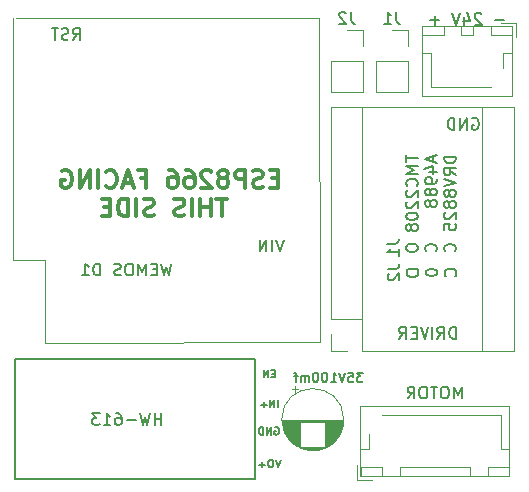
<source format=gbr>
%TF.GenerationSoftware,KiCad,Pcbnew,(6.0.7-1)-1*%
%TF.CreationDate,2022-09-04T19:45:35+02:00*%
%TF.ProjectId,PEQUENA,50455155-454e-4412-9e6b-696361645f70,rev?*%
%TF.SameCoordinates,Original*%
%TF.FileFunction,Legend,Bot*%
%TF.FilePolarity,Positive*%
%FSLAX46Y46*%
G04 Gerber Fmt 4.6, Leading zero omitted, Abs format (unit mm)*
G04 Created by KiCad (PCBNEW (6.0.7-1)-1) date 2022-09-04 19:45:35*
%MOMM*%
%LPD*%
G01*
G04 APERTURE LIST*
%ADD10C,0.150000*%
%ADD11C,0.120000*%
%ADD12C,0.300000*%
%ADD13C,0.200000*%
%ADD14C,0.127000*%
G04 APERTURE END LIST*
D10*
X70487380Y-51616666D02*
X71201666Y-51616666D01*
X71344523Y-51569047D01*
X71439761Y-51473809D01*
X71487380Y-51330952D01*
X71487380Y-51235714D01*
X70582619Y-52045238D02*
X70535000Y-52092857D01*
X70487380Y-52188095D01*
X70487380Y-52426190D01*
X70535000Y-52521428D01*
X70582619Y-52569047D01*
X70677857Y-52616666D01*
X70773095Y-52616666D01*
X70915952Y-52569047D01*
X71487380Y-51997619D01*
X71487380Y-52616666D01*
X72097380Y-51854761D02*
X72097380Y-52045238D01*
X72145000Y-52140476D01*
X72240238Y-52235714D01*
X72430714Y-52283333D01*
X72764047Y-52283333D01*
X72954523Y-52235714D01*
X73049761Y-52140476D01*
X73097380Y-52045238D01*
X73097380Y-51854761D01*
X73049761Y-51759523D01*
X72954523Y-51664285D01*
X72764047Y-51616666D01*
X72430714Y-51616666D01*
X72240238Y-51664285D01*
X72145000Y-51759523D01*
X72097380Y-51854761D01*
X73707380Y-51902380D02*
X73707380Y-51997619D01*
X73755000Y-52092857D01*
X73802619Y-52140476D01*
X73897857Y-52188095D01*
X74088333Y-52235714D01*
X74326428Y-52235714D01*
X74516904Y-52188095D01*
X74612142Y-52140476D01*
X74659761Y-52092857D01*
X74707380Y-51997619D01*
X74707380Y-51902380D01*
X74659761Y-51807142D01*
X74612142Y-51759523D01*
X74516904Y-51711904D01*
X74326428Y-51664285D01*
X74088333Y-51664285D01*
X73897857Y-51711904D01*
X73802619Y-51759523D01*
X73755000Y-51807142D01*
X73707380Y-51902380D01*
X76222142Y-52259523D02*
X76269761Y-52211904D01*
X76317380Y-52069047D01*
X76317380Y-51973809D01*
X76269761Y-51830952D01*
X76174523Y-51735714D01*
X76079285Y-51688095D01*
X75888809Y-51640476D01*
X75745952Y-51640476D01*
X75555476Y-51688095D01*
X75460238Y-51735714D01*
X75365000Y-51830952D01*
X75317380Y-51973809D01*
X75317380Y-52069047D01*
X75365000Y-52211904D01*
X75412619Y-52259523D01*
X70437380Y-49516666D02*
X71151666Y-49516666D01*
X71294523Y-49469047D01*
X71389761Y-49373809D01*
X71437380Y-49230952D01*
X71437380Y-49135714D01*
X71437380Y-50516666D02*
X71437380Y-49945238D01*
X71437380Y-50230952D02*
X70437380Y-50230952D01*
X70580238Y-50135714D01*
X70675476Y-50040476D01*
X70723095Y-49945238D01*
X72047380Y-49754761D02*
X72047380Y-49945238D01*
X72095000Y-50040476D01*
X72190238Y-50135714D01*
X72380714Y-50183333D01*
X72714047Y-50183333D01*
X72904523Y-50135714D01*
X72999761Y-50040476D01*
X73047380Y-49945238D01*
X73047380Y-49754761D01*
X72999761Y-49659523D01*
X72904523Y-49564285D01*
X72714047Y-49516666D01*
X72380714Y-49516666D01*
X72190238Y-49564285D01*
X72095000Y-49659523D01*
X72047380Y-49754761D01*
X74562142Y-50159523D02*
X74609761Y-50111904D01*
X74657380Y-49969047D01*
X74657380Y-49873809D01*
X74609761Y-49730952D01*
X74514523Y-49635714D01*
X74419285Y-49588095D01*
X74228809Y-49540476D01*
X74085952Y-49540476D01*
X73895476Y-49588095D01*
X73800238Y-49635714D01*
X73705000Y-49730952D01*
X73657380Y-49873809D01*
X73657380Y-49969047D01*
X73705000Y-50111904D01*
X73752619Y-50159523D01*
X76172142Y-50159523D02*
X76219761Y-50111904D01*
X76267380Y-49969047D01*
X76267380Y-49873809D01*
X76219761Y-49730952D01*
X76124523Y-49635714D01*
X76029285Y-49588095D01*
X75838809Y-49540476D01*
X75695952Y-49540476D01*
X75505476Y-49588095D01*
X75410238Y-49635714D01*
X75315000Y-49730952D01*
X75267380Y-49873809D01*
X75267380Y-49969047D01*
X75315000Y-50111904D01*
X75362619Y-50159523D01*
X43847619Y-32252380D02*
X44180952Y-31776190D01*
X44419047Y-32252380D02*
X44419047Y-31252380D01*
X44038095Y-31252380D01*
X43942857Y-31300000D01*
X43895238Y-31347619D01*
X43847619Y-31442857D01*
X43847619Y-31585714D01*
X43895238Y-31680952D01*
X43942857Y-31728571D01*
X44038095Y-31776190D01*
X44419047Y-31776190D01*
X43466666Y-32204761D02*
X43323809Y-32252380D01*
X43085714Y-32252380D01*
X42990476Y-32204761D01*
X42942857Y-32157142D01*
X42895238Y-32061904D01*
X42895238Y-31966666D01*
X42942857Y-31871428D01*
X42990476Y-31823809D01*
X43085714Y-31776190D01*
X43276190Y-31728571D01*
X43371428Y-31680952D01*
X43419047Y-31633333D01*
X43466666Y-31538095D01*
X43466666Y-31442857D01*
X43419047Y-31347619D01*
X43371428Y-31300000D01*
X43276190Y-31252380D01*
X43038095Y-31252380D01*
X42895238Y-31300000D01*
X42609523Y-31252380D02*
X42038095Y-31252380D01*
X42323809Y-32252380D02*
X42323809Y-31252380D01*
X61695238Y-49152380D02*
X61361904Y-50152380D01*
X61028571Y-49152380D01*
X60695238Y-50152380D02*
X60695238Y-49152380D01*
X60219047Y-50152380D02*
X60219047Y-49152380D01*
X59647619Y-50152380D01*
X59647619Y-49152380D01*
D11*
X38800000Y-50900000D02*
X38800000Y-30400000D01*
X41500000Y-50900000D02*
X38800000Y-50900000D01*
X41500000Y-57900000D02*
X41500000Y-50900000D01*
X64800000Y-57800000D02*
X41500000Y-57900000D01*
X64700000Y-30400000D02*
X64800000Y-57800000D01*
X39000000Y-30400000D02*
X64700000Y-30400000D01*
D12*
X61214285Y-43985357D02*
X60714285Y-43985357D01*
X60500000Y-44771071D02*
X61214285Y-44771071D01*
X61214285Y-43271071D01*
X60500000Y-43271071D01*
X59928571Y-44699642D02*
X59714285Y-44771071D01*
X59357142Y-44771071D01*
X59214285Y-44699642D01*
X59142857Y-44628214D01*
X59071428Y-44485357D01*
X59071428Y-44342500D01*
X59142857Y-44199642D01*
X59214285Y-44128214D01*
X59357142Y-44056785D01*
X59642857Y-43985357D01*
X59785714Y-43913928D01*
X59857142Y-43842500D01*
X59928571Y-43699642D01*
X59928571Y-43556785D01*
X59857142Y-43413928D01*
X59785714Y-43342500D01*
X59642857Y-43271071D01*
X59285714Y-43271071D01*
X59071428Y-43342500D01*
X58428571Y-44771071D02*
X58428571Y-43271071D01*
X57857142Y-43271071D01*
X57714285Y-43342500D01*
X57642857Y-43413928D01*
X57571428Y-43556785D01*
X57571428Y-43771071D01*
X57642857Y-43913928D01*
X57714285Y-43985357D01*
X57857142Y-44056785D01*
X58428571Y-44056785D01*
X56714285Y-43913928D02*
X56857142Y-43842500D01*
X56928571Y-43771071D01*
X57000000Y-43628214D01*
X57000000Y-43556785D01*
X56928571Y-43413928D01*
X56857142Y-43342500D01*
X56714285Y-43271071D01*
X56428571Y-43271071D01*
X56285714Y-43342500D01*
X56214285Y-43413928D01*
X56142857Y-43556785D01*
X56142857Y-43628214D01*
X56214285Y-43771071D01*
X56285714Y-43842500D01*
X56428571Y-43913928D01*
X56714285Y-43913928D01*
X56857142Y-43985357D01*
X56928571Y-44056785D01*
X57000000Y-44199642D01*
X57000000Y-44485357D01*
X56928571Y-44628214D01*
X56857142Y-44699642D01*
X56714285Y-44771071D01*
X56428571Y-44771071D01*
X56285714Y-44699642D01*
X56214285Y-44628214D01*
X56142857Y-44485357D01*
X56142857Y-44199642D01*
X56214285Y-44056785D01*
X56285714Y-43985357D01*
X56428571Y-43913928D01*
X55571428Y-43413928D02*
X55500000Y-43342500D01*
X55357142Y-43271071D01*
X55000000Y-43271071D01*
X54857142Y-43342500D01*
X54785714Y-43413928D01*
X54714285Y-43556785D01*
X54714285Y-43699642D01*
X54785714Y-43913928D01*
X55642857Y-44771071D01*
X54714285Y-44771071D01*
X53428571Y-43271071D02*
X53714285Y-43271071D01*
X53857142Y-43342500D01*
X53928571Y-43413928D01*
X54071428Y-43628214D01*
X54142857Y-43913928D01*
X54142857Y-44485357D01*
X54071428Y-44628214D01*
X54000000Y-44699642D01*
X53857142Y-44771071D01*
X53571428Y-44771071D01*
X53428571Y-44699642D01*
X53357142Y-44628214D01*
X53285714Y-44485357D01*
X53285714Y-44128214D01*
X53357142Y-43985357D01*
X53428571Y-43913928D01*
X53571428Y-43842500D01*
X53857142Y-43842500D01*
X54000000Y-43913928D01*
X54071428Y-43985357D01*
X54142857Y-44128214D01*
X52000000Y-43271071D02*
X52285714Y-43271071D01*
X52428571Y-43342500D01*
X52500000Y-43413928D01*
X52642857Y-43628214D01*
X52714285Y-43913928D01*
X52714285Y-44485357D01*
X52642857Y-44628214D01*
X52571428Y-44699642D01*
X52428571Y-44771071D01*
X52142857Y-44771071D01*
X52000000Y-44699642D01*
X51928571Y-44628214D01*
X51857142Y-44485357D01*
X51857142Y-44128214D01*
X51928571Y-43985357D01*
X52000000Y-43913928D01*
X52142857Y-43842500D01*
X52428571Y-43842500D01*
X52571428Y-43913928D01*
X52642857Y-43985357D01*
X52714285Y-44128214D01*
X49571428Y-43985357D02*
X50071428Y-43985357D01*
X50071428Y-44771071D02*
X50071428Y-43271071D01*
X49357142Y-43271071D01*
X48857142Y-44342500D02*
X48142857Y-44342500D01*
X49000000Y-44771071D02*
X48500000Y-43271071D01*
X48000000Y-44771071D01*
X46642857Y-44628214D02*
X46714285Y-44699642D01*
X46928571Y-44771071D01*
X47071428Y-44771071D01*
X47285714Y-44699642D01*
X47428571Y-44556785D01*
X47500000Y-44413928D01*
X47571428Y-44128214D01*
X47571428Y-43913928D01*
X47500000Y-43628214D01*
X47428571Y-43485357D01*
X47285714Y-43342500D01*
X47071428Y-43271071D01*
X46928571Y-43271071D01*
X46714285Y-43342500D01*
X46642857Y-43413928D01*
X46000000Y-44771071D02*
X46000000Y-43271071D01*
X45285714Y-44771071D02*
X45285714Y-43271071D01*
X44428571Y-44771071D01*
X44428571Y-43271071D01*
X42928571Y-43342500D02*
X43071428Y-43271071D01*
X43285714Y-43271071D01*
X43500000Y-43342500D01*
X43642857Y-43485357D01*
X43714285Y-43628214D01*
X43785714Y-43913928D01*
X43785714Y-44128214D01*
X43714285Y-44413928D01*
X43642857Y-44556785D01*
X43500000Y-44699642D01*
X43285714Y-44771071D01*
X43142857Y-44771071D01*
X42928571Y-44699642D01*
X42857142Y-44628214D01*
X42857142Y-44128214D01*
X43142857Y-44128214D01*
X56857142Y-45686071D02*
X56000000Y-45686071D01*
X56428571Y-47186071D02*
X56428571Y-45686071D01*
X55500000Y-47186071D02*
X55500000Y-45686071D01*
X55500000Y-46400357D02*
X54642857Y-46400357D01*
X54642857Y-47186071D02*
X54642857Y-45686071D01*
X53928571Y-47186071D02*
X53928571Y-45686071D01*
X53285714Y-47114642D02*
X53071428Y-47186071D01*
X52714285Y-47186071D01*
X52571428Y-47114642D01*
X52500000Y-47043214D01*
X52428571Y-46900357D01*
X52428571Y-46757500D01*
X52500000Y-46614642D01*
X52571428Y-46543214D01*
X52714285Y-46471785D01*
X53000000Y-46400357D01*
X53142857Y-46328928D01*
X53214285Y-46257500D01*
X53285714Y-46114642D01*
X53285714Y-45971785D01*
X53214285Y-45828928D01*
X53142857Y-45757500D01*
X53000000Y-45686071D01*
X52642857Y-45686071D01*
X52428571Y-45757500D01*
X50714285Y-47114642D02*
X50500000Y-47186071D01*
X50142857Y-47186071D01*
X50000000Y-47114642D01*
X49928571Y-47043214D01*
X49857142Y-46900357D01*
X49857142Y-46757500D01*
X49928571Y-46614642D01*
X50000000Y-46543214D01*
X50142857Y-46471785D01*
X50428571Y-46400357D01*
X50571428Y-46328928D01*
X50642857Y-46257500D01*
X50714285Y-46114642D01*
X50714285Y-45971785D01*
X50642857Y-45828928D01*
X50571428Y-45757500D01*
X50428571Y-45686071D01*
X50071428Y-45686071D01*
X49857142Y-45757500D01*
X49214285Y-47186071D02*
X49214285Y-45686071D01*
X48500000Y-47186071D02*
X48500000Y-45686071D01*
X48142857Y-45686071D01*
X47928571Y-45757500D01*
X47785714Y-45900357D01*
X47714285Y-46043214D01*
X47642857Y-46328928D01*
X47642857Y-46543214D01*
X47714285Y-46828928D01*
X47785714Y-46971785D01*
X47928571Y-47114642D01*
X48142857Y-47186071D01*
X48500000Y-47186071D01*
X47000000Y-46400357D02*
X46500000Y-46400357D01*
X46285714Y-47186071D02*
X47000000Y-47186071D01*
X47000000Y-45686071D01*
X46285714Y-45686071D01*
D13*
X77661904Y-38900000D02*
X77757142Y-38852380D01*
X77900000Y-38852380D01*
X78042857Y-38900000D01*
X78138095Y-38995238D01*
X78185714Y-39090476D01*
X78233333Y-39280952D01*
X78233333Y-39423809D01*
X78185714Y-39614285D01*
X78138095Y-39709523D01*
X78042857Y-39804761D01*
X77900000Y-39852380D01*
X77804761Y-39852380D01*
X77661904Y-39804761D01*
X77614285Y-39757142D01*
X77614285Y-39423809D01*
X77804761Y-39423809D01*
X77185714Y-39852380D02*
X77185714Y-38852380D01*
X76614285Y-39852380D01*
X76614285Y-38852380D01*
X76138095Y-39852380D02*
X76138095Y-38852380D01*
X75900000Y-38852380D01*
X75757142Y-38900000D01*
X75661904Y-38995238D01*
X75614285Y-39090476D01*
X75566666Y-39280952D01*
X75566666Y-39423809D01*
X75614285Y-39614285D01*
X75661904Y-39709523D01*
X75757142Y-39804761D01*
X75900000Y-39852380D01*
X76138095Y-39852380D01*
D10*
X60926369Y-65055250D02*
X60987321Y-65024773D01*
X61078750Y-65024773D01*
X61170178Y-65055250D01*
X61231130Y-65116202D01*
X61261607Y-65177154D01*
X61292083Y-65299059D01*
X61292083Y-65390488D01*
X61261607Y-65512392D01*
X61231130Y-65573345D01*
X61170178Y-65634297D01*
X61078750Y-65664773D01*
X61017797Y-65664773D01*
X60926369Y-65634297D01*
X60895892Y-65603821D01*
X60895892Y-65390488D01*
X61017797Y-65390488D01*
X60621607Y-65664773D02*
X60621607Y-65024773D01*
X60255892Y-65664773D01*
X60255892Y-65024773D01*
X59951130Y-65664773D02*
X59951130Y-65024773D01*
X59798750Y-65024773D01*
X59707321Y-65055250D01*
X59646369Y-65116202D01*
X59615892Y-65177154D01*
X59585416Y-65299059D01*
X59585416Y-65390488D01*
X59615892Y-65512392D01*
X59646369Y-65573345D01*
X59707321Y-65634297D01*
X59798750Y-65664773D01*
X59951130Y-65664773D01*
X72047380Y-41992738D02*
X72047380Y-42564166D01*
X73047380Y-42278452D02*
X72047380Y-42278452D01*
X73047380Y-42897500D02*
X72047380Y-42897500D01*
X72761666Y-43230833D01*
X72047380Y-43564166D01*
X73047380Y-43564166D01*
X72952142Y-44611785D02*
X72999761Y-44564166D01*
X73047380Y-44421309D01*
X73047380Y-44326071D01*
X72999761Y-44183214D01*
X72904523Y-44087976D01*
X72809285Y-44040357D01*
X72618809Y-43992738D01*
X72475952Y-43992738D01*
X72285476Y-44040357D01*
X72190238Y-44087976D01*
X72095000Y-44183214D01*
X72047380Y-44326071D01*
X72047380Y-44421309D01*
X72095000Y-44564166D01*
X72142619Y-44611785D01*
X72142619Y-44992738D02*
X72095000Y-45040357D01*
X72047380Y-45135595D01*
X72047380Y-45373690D01*
X72095000Y-45468928D01*
X72142619Y-45516547D01*
X72237857Y-45564166D01*
X72333095Y-45564166D01*
X72475952Y-45516547D01*
X73047380Y-44945119D01*
X73047380Y-45564166D01*
X72142619Y-45945119D02*
X72095000Y-45992738D01*
X72047380Y-46087976D01*
X72047380Y-46326071D01*
X72095000Y-46421309D01*
X72142619Y-46468928D01*
X72237857Y-46516547D01*
X72333095Y-46516547D01*
X72475952Y-46468928D01*
X73047380Y-45897500D01*
X73047380Y-46516547D01*
X72047380Y-47135595D02*
X72047380Y-47230833D01*
X72095000Y-47326071D01*
X72142619Y-47373690D01*
X72237857Y-47421309D01*
X72428333Y-47468928D01*
X72666428Y-47468928D01*
X72856904Y-47421309D01*
X72952142Y-47373690D01*
X72999761Y-47326071D01*
X73047380Y-47230833D01*
X73047380Y-47135595D01*
X72999761Y-47040357D01*
X72952142Y-46992738D01*
X72856904Y-46945119D01*
X72666428Y-46897500D01*
X72428333Y-46897500D01*
X72237857Y-46945119D01*
X72142619Y-46992738D01*
X72095000Y-47040357D01*
X72047380Y-47135595D01*
X72475952Y-48040357D02*
X72428333Y-47945119D01*
X72380714Y-47897500D01*
X72285476Y-47849880D01*
X72237857Y-47849880D01*
X72142619Y-47897500D01*
X72095000Y-47945119D01*
X72047380Y-48040357D01*
X72047380Y-48230833D01*
X72095000Y-48326071D01*
X72142619Y-48373690D01*
X72237857Y-48421309D01*
X72285476Y-48421309D01*
X72380714Y-48373690D01*
X72428333Y-48326071D01*
X72475952Y-48230833D01*
X72475952Y-48040357D01*
X72523571Y-47945119D01*
X72571190Y-47897500D01*
X72666428Y-47849880D01*
X72856904Y-47849880D01*
X72952142Y-47897500D01*
X72999761Y-47945119D01*
X73047380Y-48040357D01*
X73047380Y-48230833D01*
X72999761Y-48326071D01*
X72952142Y-48373690D01*
X72856904Y-48421309D01*
X72666428Y-48421309D01*
X72571190Y-48373690D01*
X72523571Y-48326071D01*
X72475952Y-48230833D01*
X74371666Y-42087976D02*
X74371666Y-42564166D01*
X74657380Y-41992738D02*
X73657380Y-42326071D01*
X74657380Y-42659404D01*
X73990714Y-43421309D02*
X74657380Y-43421309D01*
X73609761Y-43183214D02*
X74324047Y-42945119D01*
X74324047Y-43564166D01*
X74657380Y-43992738D02*
X74657380Y-44183214D01*
X74609761Y-44278452D01*
X74562142Y-44326071D01*
X74419285Y-44421309D01*
X74228809Y-44468928D01*
X73847857Y-44468928D01*
X73752619Y-44421309D01*
X73705000Y-44373690D01*
X73657380Y-44278452D01*
X73657380Y-44087976D01*
X73705000Y-43992738D01*
X73752619Y-43945119D01*
X73847857Y-43897500D01*
X74085952Y-43897500D01*
X74181190Y-43945119D01*
X74228809Y-43992738D01*
X74276428Y-44087976D01*
X74276428Y-44278452D01*
X74228809Y-44373690D01*
X74181190Y-44421309D01*
X74085952Y-44468928D01*
X74085952Y-45040357D02*
X74038333Y-44945119D01*
X73990714Y-44897500D01*
X73895476Y-44849880D01*
X73847857Y-44849880D01*
X73752619Y-44897500D01*
X73705000Y-44945119D01*
X73657380Y-45040357D01*
X73657380Y-45230833D01*
X73705000Y-45326071D01*
X73752619Y-45373690D01*
X73847857Y-45421309D01*
X73895476Y-45421309D01*
X73990714Y-45373690D01*
X74038333Y-45326071D01*
X74085952Y-45230833D01*
X74085952Y-45040357D01*
X74133571Y-44945119D01*
X74181190Y-44897500D01*
X74276428Y-44849880D01*
X74466904Y-44849880D01*
X74562142Y-44897500D01*
X74609761Y-44945119D01*
X74657380Y-45040357D01*
X74657380Y-45230833D01*
X74609761Y-45326071D01*
X74562142Y-45373690D01*
X74466904Y-45421309D01*
X74276428Y-45421309D01*
X74181190Y-45373690D01*
X74133571Y-45326071D01*
X74085952Y-45230833D01*
X74085952Y-45992738D02*
X74038333Y-45897500D01*
X73990714Y-45849880D01*
X73895476Y-45802261D01*
X73847857Y-45802261D01*
X73752619Y-45849880D01*
X73705000Y-45897500D01*
X73657380Y-45992738D01*
X73657380Y-46183214D01*
X73705000Y-46278452D01*
X73752619Y-46326071D01*
X73847857Y-46373690D01*
X73895476Y-46373690D01*
X73990714Y-46326071D01*
X74038333Y-46278452D01*
X74085952Y-46183214D01*
X74085952Y-45992738D01*
X74133571Y-45897500D01*
X74181190Y-45849880D01*
X74276428Y-45802261D01*
X74466904Y-45802261D01*
X74562142Y-45849880D01*
X74609761Y-45897500D01*
X74657380Y-45992738D01*
X74657380Y-46183214D01*
X74609761Y-46278452D01*
X74562142Y-46326071D01*
X74466904Y-46373690D01*
X74276428Y-46373690D01*
X74181190Y-46326071D01*
X74133571Y-46278452D01*
X74085952Y-46183214D01*
X76267380Y-42135595D02*
X75267380Y-42135595D01*
X75267380Y-42373690D01*
X75315000Y-42516547D01*
X75410238Y-42611785D01*
X75505476Y-42659404D01*
X75695952Y-42707023D01*
X75838809Y-42707023D01*
X76029285Y-42659404D01*
X76124523Y-42611785D01*
X76219761Y-42516547D01*
X76267380Y-42373690D01*
X76267380Y-42135595D01*
X76267380Y-43707023D02*
X75791190Y-43373690D01*
X76267380Y-43135595D02*
X75267380Y-43135595D01*
X75267380Y-43516547D01*
X75315000Y-43611785D01*
X75362619Y-43659404D01*
X75457857Y-43707023D01*
X75600714Y-43707023D01*
X75695952Y-43659404D01*
X75743571Y-43611785D01*
X75791190Y-43516547D01*
X75791190Y-43135595D01*
X75267380Y-43992738D02*
X76267380Y-44326071D01*
X75267380Y-44659404D01*
X75695952Y-45135595D02*
X75648333Y-45040357D01*
X75600714Y-44992738D01*
X75505476Y-44945119D01*
X75457857Y-44945119D01*
X75362619Y-44992738D01*
X75315000Y-45040357D01*
X75267380Y-45135595D01*
X75267380Y-45326071D01*
X75315000Y-45421309D01*
X75362619Y-45468928D01*
X75457857Y-45516547D01*
X75505476Y-45516547D01*
X75600714Y-45468928D01*
X75648333Y-45421309D01*
X75695952Y-45326071D01*
X75695952Y-45135595D01*
X75743571Y-45040357D01*
X75791190Y-44992738D01*
X75886428Y-44945119D01*
X76076904Y-44945119D01*
X76172142Y-44992738D01*
X76219761Y-45040357D01*
X76267380Y-45135595D01*
X76267380Y-45326071D01*
X76219761Y-45421309D01*
X76172142Y-45468928D01*
X76076904Y-45516547D01*
X75886428Y-45516547D01*
X75791190Y-45468928D01*
X75743571Y-45421309D01*
X75695952Y-45326071D01*
X75695952Y-46087976D02*
X75648333Y-45992738D01*
X75600714Y-45945119D01*
X75505476Y-45897500D01*
X75457857Y-45897500D01*
X75362619Y-45945119D01*
X75315000Y-45992738D01*
X75267380Y-46087976D01*
X75267380Y-46278452D01*
X75315000Y-46373690D01*
X75362619Y-46421309D01*
X75457857Y-46468928D01*
X75505476Y-46468928D01*
X75600714Y-46421309D01*
X75648333Y-46373690D01*
X75695952Y-46278452D01*
X75695952Y-46087976D01*
X75743571Y-45992738D01*
X75791190Y-45945119D01*
X75886428Y-45897500D01*
X76076904Y-45897500D01*
X76172142Y-45945119D01*
X76219761Y-45992738D01*
X76267380Y-46087976D01*
X76267380Y-46278452D01*
X76219761Y-46373690D01*
X76172142Y-46421309D01*
X76076904Y-46468928D01*
X75886428Y-46468928D01*
X75791190Y-46421309D01*
X75743571Y-46373690D01*
X75695952Y-46278452D01*
X75362619Y-46849880D02*
X75315000Y-46897500D01*
X75267380Y-46992738D01*
X75267380Y-47230833D01*
X75315000Y-47326071D01*
X75362619Y-47373690D01*
X75457857Y-47421309D01*
X75553095Y-47421309D01*
X75695952Y-47373690D01*
X76267380Y-46802261D01*
X76267380Y-47421309D01*
X75267380Y-48326071D02*
X75267380Y-47849880D01*
X75743571Y-47802261D01*
X75695952Y-47849880D01*
X75648333Y-47945119D01*
X75648333Y-48183214D01*
X75695952Y-48278452D01*
X75743571Y-48326071D01*
X75838809Y-48373690D01*
X76076904Y-48373690D01*
X76172142Y-48326071D01*
X76219761Y-48278452D01*
X76267380Y-48183214D01*
X76267380Y-47945119D01*
X76219761Y-47849880D01*
X76172142Y-47802261D01*
%TO.C,35V100mf*%
X68395238Y-60411904D02*
X67900000Y-60411904D01*
X68166666Y-60716666D01*
X68052380Y-60716666D01*
X67976190Y-60754761D01*
X67938095Y-60792857D01*
X67900000Y-60869047D01*
X67900000Y-61059523D01*
X67938095Y-61135714D01*
X67976190Y-61173809D01*
X68052380Y-61211904D01*
X68280952Y-61211904D01*
X68357142Y-61173809D01*
X68395238Y-61135714D01*
X67176190Y-60411904D02*
X67557142Y-60411904D01*
X67595238Y-60792857D01*
X67557142Y-60754761D01*
X67480952Y-60716666D01*
X67290476Y-60716666D01*
X67214285Y-60754761D01*
X67176190Y-60792857D01*
X67138095Y-60869047D01*
X67138095Y-61059523D01*
X67176190Y-61135714D01*
X67214285Y-61173809D01*
X67290476Y-61211904D01*
X67480952Y-61211904D01*
X67557142Y-61173809D01*
X67595238Y-61135714D01*
X66909523Y-60411904D02*
X66642857Y-61211904D01*
X66376190Y-60411904D01*
X65690476Y-61211904D02*
X66147619Y-61211904D01*
X65919047Y-61211904D02*
X65919047Y-60411904D01*
X65995238Y-60526190D01*
X66071428Y-60602380D01*
X66147619Y-60640476D01*
X65195238Y-60411904D02*
X65119047Y-60411904D01*
X65042857Y-60450000D01*
X65004761Y-60488095D01*
X64966666Y-60564285D01*
X64928571Y-60716666D01*
X64928571Y-60907142D01*
X64966666Y-61059523D01*
X65004761Y-61135714D01*
X65042857Y-61173809D01*
X65119047Y-61211904D01*
X65195238Y-61211904D01*
X65271428Y-61173809D01*
X65309523Y-61135714D01*
X65347619Y-61059523D01*
X65385714Y-60907142D01*
X65385714Y-60716666D01*
X65347619Y-60564285D01*
X65309523Y-60488095D01*
X65271428Y-60450000D01*
X65195238Y-60411904D01*
X64433333Y-60411904D02*
X64357142Y-60411904D01*
X64280952Y-60450000D01*
X64242857Y-60488095D01*
X64204761Y-60564285D01*
X64166666Y-60716666D01*
X64166666Y-60907142D01*
X64204761Y-61059523D01*
X64242857Y-61135714D01*
X64280952Y-61173809D01*
X64357142Y-61211904D01*
X64433333Y-61211904D01*
X64509523Y-61173809D01*
X64547619Y-61135714D01*
X64585714Y-61059523D01*
X64623809Y-60907142D01*
X64623809Y-60716666D01*
X64585714Y-60564285D01*
X64547619Y-60488095D01*
X64509523Y-60450000D01*
X64433333Y-60411904D01*
X63823809Y-61211904D02*
X63823809Y-60678571D01*
X63823809Y-60754761D02*
X63785714Y-60716666D01*
X63709523Y-60678571D01*
X63595238Y-60678571D01*
X63519047Y-60716666D01*
X63480952Y-60792857D01*
X63480952Y-61211904D01*
X63480952Y-60792857D02*
X63442857Y-60716666D01*
X63366666Y-60678571D01*
X63252380Y-60678571D01*
X63176190Y-60716666D01*
X63138095Y-60792857D01*
X63138095Y-61211904D01*
X62871428Y-60678571D02*
X62566666Y-60678571D01*
X62757142Y-61211904D02*
X62757142Y-60526190D01*
X62719047Y-60450000D01*
X62642857Y-60411904D01*
X62566666Y-60411904D01*
%TO.C,J2*%
X67389333Y-29888380D02*
X67389333Y-30602666D01*
X67436952Y-30745523D01*
X67532190Y-30840761D01*
X67675047Y-30888380D01*
X67770285Y-30888380D01*
X66960761Y-29983619D02*
X66913142Y-29936000D01*
X66817904Y-29888380D01*
X66579809Y-29888380D01*
X66484571Y-29936000D01*
X66436952Y-29983619D01*
X66389333Y-30078857D01*
X66389333Y-30174095D01*
X66436952Y-30316952D01*
X67008380Y-30888380D01*
X66389333Y-30888380D01*
%TO.C,- 24V +*%
X80378857Y-30568428D02*
X79616952Y-30568428D01*
X78426476Y-30044619D02*
X78378857Y-29997000D01*
X78283619Y-29949380D01*
X78045523Y-29949380D01*
X77950285Y-29997000D01*
X77902666Y-30044619D01*
X77855047Y-30139857D01*
X77855047Y-30235095D01*
X77902666Y-30377952D01*
X78474095Y-30949380D01*
X77855047Y-30949380D01*
X76997904Y-30282714D02*
X76997904Y-30949380D01*
X77236000Y-29901761D02*
X77474095Y-30616047D01*
X76855047Y-30616047D01*
X76616952Y-29949380D02*
X76283619Y-30949380D01*
X75950285Y-29949380D01*
X74855047Y-30568428D02*
X74093142Y-30568428D01*
X74474095Y-30949380D02*
X74474095Y-30187476D01*
%TO.C,MOTOR*%
X76761904Y-62605380D02*
X76761904Y-61605380D01*
X76428571Y-62319666D01*
X76095238Y-61605380D01*
X76095238Y-62605380D01*
X75428571Y-61605380D02*
X75238095Y-61605380D01*
X75142857Y-61653000D01*
X75047619Y-61748238D01*
X75000000Y-61938714D01*
X75000000Y-62272047D01*
X75047619Y-62462523D01*
X75142857Y-62557761D01*
X75238095Y-62605380D01*
X75428571Y-62605380D01*
X75523809Y-62557761D01*
X75619047Y-62462523D01*
X75666666Y-62272047D01*
X75666666Y-61938714D01*
X75619047Y-61748238D01*
X75523809Y-61653000D01*
X75428571Y-61605380D01*
X74714285Y-61605380D02*
X74142857Y-61605380D01*
X74428571Y-62605380D02*
X74428571Y-61605380D01*
X73619047Y-61605380D02*
X73428571Y-61605380D01*
X73333333Y-61653000D01*
X73238095Y-61748238D01*
X73190476Y-61938714D01*
X73190476Y-62272047D01*
X73238095Y-62462523D01*
X73333333Y-62557761D01*
X73428571Y-62605380D01*
X73619047Y-62605380D01*
X73714285Y-62557761D01*
X73809523Y-62462523D01*
X73857142Y-62272047D01*
X73857142Y-61938714D01*
X73809523Y-61748238D01*
X73714285Y-61653000D01*
X73619047Y-61605380D01*
X72190476Y-62605380D02*
X72523809Y-62129190D01*
X72761904Y-62605380D02*
X72761904Y-61605380D01*
X72380952Y-61605380D01*
X72285714Y-61653000D01*
X72238095Y-61700619D01*
X72190476Y-61795857D01*
X72190476Y-61938714D01*
X72238095Y-62033952D01*
X72285714Y-62081571D01*
X72380952Y-62129190D01*
X72761904Y-62129190D01*
%TO.C,DRIVER*%
X76280952Y-57552380D02*
X76280952Y-56552380D01*
X76042857Y-56552380D01*
X75900000Y-56600000D01*
X75804761Y-56695238D01*
X75757142Y-56790476D01*
X75709523Y-56980952D01*
X75709523Y-57123809D01*
X75757142Y-57314285D01*
X75804761Y-57409523D01*
X75900000Y-57504761D01*
X76042857Y-57552380D01*
X76280952Y-57552380D01*
X74709523Y-57552380D02*
X75042857Y-57076190D01*
X75280952Y-57552380D02*
X75280952Y-56552380D01*
X74900000Y-56552380D01*
X74804761Y-56600000D01*
X74757142Y-56647619D01*
X74709523Y-56742857D01*
X74709523Y-56885714D01*
X74757142Y-56980952D01*
X74804761Y-57028571D01*
X74900000Y-57076190D01*
X75280952Y-57076190D01*
X74280952Y-57552380D02*
X74280952Y-56552380D01*
X73947619Y-56552380D02*
X73614285Y-57552380D01*
X73280952Y-56552380D01*
X72947619Y-57028571D02*
X72614285Y-57028571D01*
X72471428Y-57552380D02*
X72947619Y-57552380D01*
X72947619Y-56552380D01*
X72471428Y-56552380D01*
X71471428Y-57552380D02*
X71804761Y-57076190D01*
X72042857Y-57552380D02*
X72042857Y-56552380D01*
X71661904Y-56552380D01*
X71566666Y-56600000D01*
X71519047Y-56647619D01*
X71471428Y-56742857D01*
X71471428Y-56885714D01*
X71519047Y-56980952D01*
X71566666Y-57028571D01*
X71661904Y-57076190D01*
X72042857Y-57076190D01*
%TO.C,WEMOS D1*%
X52192273Y-51197130D02*
X51954178Y-52197130D01*
X51763702Y-51482845D01*
X51573226Y-52197130D01*
X51335130Y-51197130D01*
X50954178Y-51673321D02*
X50620845Y-51673321D01*
X50477988Y-52197130D02*
X50954178Y-52197130D01*
X50954178Y-51197130D01*
X50477988Y-51197130D01*
X50049416Y-52197130D02*
X50049416Y-51197130D01*
X49716083Y-51911416D01*
X49382750Y-51197130D01*
X49382750Y-52197130D01*
X48716083Y-51197130D02*
X48525607Y-51197130D01*
X48430369Y-51244750D01*
X48335130Y-51339988D01*
X48287511Y-51530464D01*
X48287511Y-51863797D01*
X48335130Y-52054273D01*
X48430369Y-52149511D01*
X48525607Y-52197130D01*
X48716083Y-52197130D01*
X48811321Y-52149511D01*
X48906559Y-52054273D01*
X48954178Y-51863797D01*
X48954178Y-51530464D01*
X48906559Y-51339988D01*
X48811321Y-51244750D01*
X48716083Y-51197130D01*
X47906559Y-52149511D02*
X47763702Y-52197130D01*
X47525607Y-52197130D01*
X47430369Y-52149511D01*
X47382750Y-52101892D01*
X47335130Y-52006654D01*
X47335130Y-51911416D01*
X47382750Y-51816178D01*
X47430369Y-51768559D01*
X47525607Y-51720940D01*
X47716083Y-51673321D01*
X47811321Y-51625702D01*
X47858940Y-51578083D01*
X47906559Y-51482845D01*
X47906559Y-51387607D01*
X47858940Y-51292369D01*
X47811321Y-51244750D01*
X47716083Y-51197130D01*
X47477988Y-51197130D01*
X47335130Y-51244750D01*
X46144654Y-52197130D02*
X46144654Y-51197130D01*
X45906559Y-51197130D01*
X45763702Y-51244750D01*
X45668464Y-51339988D01*
X45620845Y-51435226D01*
X45573226Y-51625702D01*
X45573226Y-51768559D01*
X45620845Y-51959035D01*
X45668464Y-52054273D01*
X45763702Y-52149511D01*
X45906559Y-52197130D01*
X46144654Y-52197130D01*
X44620845Y-52197130D02*
X45192273Y-52197130D01*
X44906559Y-52197130D02*
X44906559Y-51197130D01*
X45001797Y-51339988D01*
X45097035Y-51435226D01*
X45192273Y-51482845D01*
X51342761Y-64852380D02*
X51342761Y-63852380D01*
X51342761Y-64328571D02*
X50771333Y-64328571D01*
X50771333Y-64852380D02*
X50771333Y-63852380D01*
X50390380Y-63852380D02*
X50152285Y-64852380D01*
X49961809Y-64138095D01*
X49771333Y-64852380D01*
X49533238Y-63852380D01*
X49152285Y-64471428D02*
X48390380Y-64471428D01*
X47485619Y-63852380D02*
X47676095Y-63852380D01*
X47771333Y-63900000D01*
X47818952Y-63947619D01*
X47914190Y-64090476D01*
X47961809Y-64280952D01*
X47961809Y-64661904D01*
X47914190Y-64757142D01*
X47866571Y-64804761D01*
X47771333Y-64852380D01*
X47580857Y-64852380D01*
X47485619Y-64804761D01*
X47438000Y-64757142D01*
X47390380Y-64661904D01*
X47390380Y-64423809D01*
X47438000Y-64328571D01*
X47485619Y-64280952D01*
X47580857Y-64233333D01*
X47771333Y-64233333D01*
X47866571Y-64280952D01*
X47914190Y-64328571D01*
X47961809Y-64423809D01*
X46438000Y-64852380D02*
X47009428Y-64852380D01*
X46723714Y-64852380D02*
X46723714Y-63852380D01*
X46818952Y-63995238D01*
X46914190Y-64090476D01*
X47009428Y-64138095D01*
X46104666Y-63852380D02*
X45485619Y-63852380D01*
X45818952Y-64233333D01*
X45676095Y-64233333D01*
X45580857Y-64280952D01*
X45533238Y-64328571D01*
X45485619Y-64423809D01*
X45485619Y-64661904D01*
X45533238Y-64757142D01*
X45580857Y-64804761D01*
X45676095Y-64852380D01*
X45961809Y-64852380D01*
X46057047Y-64804761D01*
X46104666Y-64757142D01*
X61214178Y-63374273D02*
X61214178Y-62734273D01*
X60909416Y-63374273D02*
X60909416Y-62734273D01*
X60543702Y-63374273D01*
X60543702Y-62734273D01*
X60238940Y-63130464D02*
X59751321Y-63130464D01*
X59995130Y-63374273D02*
X59995130Y-62886654D01*
X61427511Y-67814273D02*
X61214178Y-68454273D01*
X61000845Y-67814273D01*
X60665607Y-67814273D02*
X60543702Y-67814273D01*
X60482750Y-67844750D01*
X60421797Y-67905702D01*
X60391321Y-68027607D01*
X60391321Y-68240940D01*
X60421797Y-68362845D01*
X60482750Y-68423797D01*
X60543702Y-68454273D01*
X60665607Y-68454273D01*
X60726559Y-68423797D01*
X60787511Y-68362845D01*
X60817988Y-68240940D01*
X60817988Y-68027607D01*
X60787511Y-67905702D01*
X60726559Y-67844750D01*
X60665607Y-67814273D01*
X60117035Y-68210464D02*
X59629416Y-68210464D01*
X59873226Y-68454273D02*
X59873226Y-67966654D01*
X60955130Y-60499035D02*
X60741797Y-60499035D01*
X60650369Y-60834273D02*
X60955130Y-60834273D01*
X60955130Y-60194273D01*
X60650369Y-60194273D01*
X60376083Y-60834273D02*
X60376083Y-60194273D01*
X60010369Y-60834273D01*
X60010369Y-60194273D01*
%TO.C,J1*%
X71199333Y-29888380D02*
X71199333Y-30602666D01*
X71246952Y-30745523D01*
X71342190Y-30840761D01*
X71485047Y-30888380D01*
X71580285Y-30888380D01*
X70199333Y-30888380D02*
X70770761Y-30888380D01*
X70485047Y-30888380D02*
X70485047Y-29888380D01*
X70580285Y-30031238D01*
X70675523Y-30126476D01*
X70770761Y-30174095D01*
D11*
%TO.C,35V100mf*%
X65190000Y-65475888D02*
X66498000Y-65475888D01*
X62451000Y-66355888D02*
X63110000Y-66355888D01*
X62831000Y-66635888D02*
X63110000Y-66635888D01*
X62767000Y-66595888D02*
X63110000Y-66595888D01*
X65190000Y-64874888D02*
X66686000Y-64874888D01*
X61903000Y-65675888D02*
X63110000Y-65675888D01*
X61570000Y-64394888D02*
X66730000Y-64394888D01*
X65190000Y-65555888D02*
X66460000Y-65555888D01*
X65190000Y-66235888D02*
X65976000Y-66235888D01*
X65190000Y-65835888D02*
X66299000Y-65835888D01*
X65190000Y-65115888D02*
X66630000Y-65115888D01*
X65190000Y-65875888D02*
X66272000Y-65875888D01*
X62707000Y-66555888D02*
X63110000Y-66555888D01*
X61571000Y-64474888D02*
X66729000Y-64474888D01*
X62115000Y-65995888D02*
X63110000Y-65995888D01*
X63632000Y-66955888D02*
X64668000Y-66955888D01*
X61695000Y-65195888D02*
X63110000Y-65195888D01*
X61926000Y-65715888D02*
X63110000Y-65715888D01*
X65190000Y-65515888D02*
X66479000Y-65515888D01*
X65190000Y-66315888D02*
X65893000Y-66315888D01*
X65190000Y-66035888D02*
X66154000Y-66035888D01*
X65190000Y-66635888D02*
X65469000Y-66635888D01*
X65190000Y-66675888D02*
X65401000Y-66675888D01*
X65190000Y-66195888D02*
X66014000Y-66195888D01*
X65190000Y-64954888D02*
X66670000Y-64954888D01*
X61614000Y-64874888D02*
X63110000Y-64874888D01*
X61670000Y-65115888D02*
X63110000Y-65115888D01*
X61736000Y-65315888D02*
X63110000Y-65315888D01*
X65190000Y-65074888D02*
X66641000Y-65074888D01*
X63473000Y-66915888D02*
X64827000Y-66915888D01*
X61975000Y-65795888D02*
X63110000Y-65795888D01*
X65190000Y-65155888D02*
X66618000Y-65155888D01*
X62365000Y-66275888D02*
X63110000Y-66275888D01*
X65190000Y-66555888D02*
X65593000Y-66555888D01*
X62213000Y-66115888D02*
X63110000Y-66115888D01*
X62001000Y-65835888D02*
X63110000Y-65835888D01*
X61821000Y-65515888D02*
X63110000Y-65515888D01*
X65190000Y-64754888D02*
X66706000Y-64754888D01*
X65190000Y-66595888D02*
X65533000Y-66595888D01*
X61639000Y-64994888D02*
X63110000Y-64994888D01*
X63052000Y-66755888D02*
X65248000Y-66755888D01*
X62407000Y-66315888D02*
X63110000Y-66315888D01*
X65190000Y-64634888D02*
X66719000Y-64634888D01*
X65190000Y-64914888D02*
X66678000Y-64914888D01*
X61607000Y-64834888D02*
X63110000Y-64834888D01*
X61574000Y-64554888D02*
X66726000Y-64554888D01*
X62055000Y-65915888D02*
X63110000Y-65915888D01*
X65190000Y-65635888D02*
X66418000Y-65635888D01*
X61768000Y-65395888D02*
X63110000Y-65395888D01*
X65190000Y-65034888D02*
X66651000Y-65034888D01*
X61622000Y-64914888D02*
X63110000Y-64914888D01*
X61570000Y-64434888D02*
X66730000Y-64434888D01*
X61785000Y-65435888D02*
X63110000Y-65435888D01*
X65190000Y-66395888D02*
X65803000Y-66395888D01*
X61649000Y-65034888D02*
X63110000Y-65034888D01*
X61589000Y-64714888D02*
X63110000Y-64714888D01*
X61950000Y-65755888D02*
X63110000Y-65755888D01*
X65190000Y-65995888D02*
X66185000Y-65995888D01*
X62324000Y-66235888D02*
X63110000Y-66235888D01*
X65190000Y-64794888D02*
X66700000Y-64794888D01*
X61708000Y-65235888D02*
X63110000Y-65235888D01*
X61630000Y-64954888D02*
X63110000Y-64954888D01*
X61600000Y-64794888D02*
X63110000Y-64794888D01*
X65190000Y-65795888D02*
X66325000Y-65795888D01*
X65190000Y-65355888D02*
X66548000Y-65355888D01*
X61572000Y-64514888D02*
X66728000Y-64514888D01*
X61577000Y-64594888D02*
X66723000Y-64594888D01*
X61581000Y-64634888D02*
X63110000Y-64634888D01*
X65190000Y-64994888D02*
X66661000Y-64994888D01*
X65190000Y-66275888D02*
X65935000Y-66275888D01*
X61860000Y-65595888D02*
X63110000Y-65595888D01*
X62085000Y-65955888D02*
X63110000Y-65955888D01*
X65190000Y-65435888D02*
X66515000Y-65435888D01*
X62497000Y-66395888D02*
X63110000Y-66395888D01*
X61594000Y-64754888D02*
X63110000Y-64754888D01*
X65190000Y-66115888D02*
X66087000Y-66115888D01*
X65190000Y-65235888D02*
X66592000Y-65235888D01*
X65190000Y-65955888D02*
X66215000Y-65955888D01*
X65190000Y-65675888D02*
X66397000Y-65675888D01*
X65190000Y-66155888D02*
X66051000Y-66155888D01*
X65190000Y-65195888D02*
X66605000Y-65195888D01*
X65190000Y-65715888D02*
X66374000Y-65715888D01*
X61752000Y-65355888D02*
X63110000Y-65355888D01*
X62675000Y-61590113D02*
X62675000Y-62090113D01*
X65190000Y-66435888D02*
X65755000Y-66435888D01*
X63345000Y-66875888D02*
X64955000Y-66875888D01*
X62899000Y-66675888D02*
X63110000Y-66675888D01*
X65190000Y-65275888D02*
X66578000Y-65275888D01*
X65190000Y-64674888D02*
X66715000Y-64674888D01*
X63866000Y-66995888D02*
X64434000Y-66995888D01*
X61722000Y-65275888D02*
X63110000Y-65275888D01*
X63139000Y-66795888D02*
X65161000Y-66795888D01*
X65190000Y-65395888D02*
X66532000Y-65395888D01*
X62146000Y-66035888D02*
X63110000Y-66035888D01*
X62650000Y-66515888D02*
X63110000Y-66515888D01*
X62972000Y-66715888D02*
X65328000Y-66715888D01*
X62028000Y-65875888D02*
X63110000Y-65875888D01*
X65190000Y-65755888D02*
X66350000Y-65755888D01*
X65190000Y-65315888D02*
X66564000Y-65315888D01*
X62425000Y-61840113D02*
X62925000Y-61840113D01*
X61802000Y-65475888D02*
X63110000Y-65475888D01*
X62179000Y-66075888D02*
X63110000Y-66075888D01*
X61659000Y-65074888D02*
X63110000Y-65074888D01*
X65190000Y-65915888D02*
X66245000Y-65915888D01*
X65190000Y-64714888D02*
X66711000Y-64714888D01*
X65190000Y-65595888D02*
X66440000Y-65595888D01*
X61882000Y-65635888D02*
X63110000Y-65635888D01*
X62596000Y-66475888D02*
X63110000Y-66475888D01*
X61840000Y-65555888D02*
X63110000Y-65555888D01*
X65190000Y-66475888D02*
X65704000Y-66475888D01*
X63235000Y-66835888D02*
X65065000Y-66835888D01*
X65190000Y-66075888D02*
X66121000Y-66075888D01*
X61585000Y-64674888D02*
X63110000Y-64674888D01*
X65190000Y-66515888D02*
X65650000Y-66515888D01*
X62249000Y-66155888D02*
X63110000Y-66155888D01*
X65190000Y-64834888D02*
X66693000Y-64834888D01*
X62545000Y-66435888D02*
X63110000Y-66435888D01*
X61682000Y-65155888D02*
X63110000Y-65155888D01*
X65190000Y-66355888D02*
X65849000Y-66355888D01*
X62286000Y-66195888D02*
X63110000Y-66195888D01*
X66770000Y-64394888D02*
G75*
G03*
X66770000Y-64394888I-2620000J0D01*
G01*
%TO.C,J2*%
X68386000Y-36636000D02*
X65726000Y-36636000D01*
X68386000Y-31436000D02*
X67056000Y-31436000D01*
X68386000Y-34036000D02*
X65726000Y-34036000D01*
X68386000Y-32766000D02*
X68386000Y-31436000D01*
X65726000Y-34036000D02*
X65726000Y-36636000D01*
X68386000Y-34036000D02*
X68386000Y-36636000D01*
%TO.C,- 24V +*%
X80086000Y-30778000D02*
X81336000Y-30778000D01*
X73436000Y-31828000D02*
X73436000Y-31078000D01*
X80286000Y-33328000D02*
X80286000Y-34668000D01*
X75236000Y-31828000D02*
X73436000Y-31828000D01*
X81036000Y-31828000D02*
X79236000Y-31828000D01*
X76736000Y-31828000D02*
X76736000Y-31078000D01*
X74186000Y-36278000D02*
X77236000Y-36278000D01*
X79236000Y-31078000D02*
X81036000Y-31078000D01*
X73436000Y-33328000D02*
X74186000Y-33328000D01*
X74186000Y-33328000D02*
X74186000Y-36278000D01*
X73426000Y-31068000D02*
X81046000Y-31068000D01*
X81046000Y-37038000D02*
X73426000Y-37038000D01*
X77236000Y-36278000D02*
X79226000Y-36278000D01*
X76736000Y-31078000D02*
X77736000Y-31078000D01*
X75236000Y-31078000D02*
X75236000Y-31828000D01*
X73436000Y-31078000D02*
X75236000Y-31078000D01*
X81336000Y-30778000D02*
X81336000Y-32028000D01*
X79236000Y-31828000D02*
X79236000Y-31078000D01*
X77736000Y-31078000D02*
X77736000Y-31828000D01*
X81046000Y-31068000D02*
X81046000Y-37038000D01*
X81036000Y-33328000D02*
X80286000Y-33328000D01*
X81036000Y-31078000D02*
X81036000Y-31828000D01*
X73426000Y-37038000D02*
X73426000Y-31068000D01*
X77736000Y-31828000D02*
X76736000Y-31828000D01*
%TO.C,MOTOR*%
X77500000Y-69175000D02*
X71500000Y-69175000D01*
X80810000Y-69185000D02*
X68190000Y-69185000D01*
X80800000Y-69175000D02*
X79000000Y-69175000D01*
X67900000Y-69475000D02*
X67900000Y-68225000D01*
X79000000Y-69175000D02*
X79000000Y-68425000D01*
X68200000Y-66925000D02*
X68950000Y-66925000D01*
X70000000Y-69175000D02*
X68200000Y-69175000D01*
X68950000Y-66925000D02*
X68950000Y-65585000D01*
X80050000Y-63975000D02*
X74500000Y-63975000D01*
X80810000Y-63215000D02*
X80810000Y-69185000D01*
X71500000Y-68425000D02*
X77500000Y-68425000D01*
X74500000Y-63975000D02*
X70010000Y-63975000D01*
X68200000Y-69175000D02*
X68200000Y-68425000D01*
X77500000Y-68425000D02*
X77500000Y-69175000D01*
X80050000Y-66925000D02*
X80050000Y-63975000D01*
X79000000Y-68425000D02*
X80800000Y-68425000D01*
X70000000Y-68425000D02*
X70000000Y-69175000D01*
X68190000Y-69185000D02*
X68190000Y-63215000D01*
X71500000Y-69175000D02*
X71500000Y-68425000D01*
X69150000Y-69475000D02*
X67900000Y-69475000D01*
X80800000Y-66925000D02*
X80050000Y-66925000D01*
X68200000Y-68425000D02*
X70000000Y-68425000D01*
X80800000Y-68425000D02*
X80800000Y-69175000D01*
X68190000Y-63215000D02*
X80810000Y-63215000D01*
%TO.C,DRIVER*%
X67056000Y-58550000D02*
X65656000Y-58550000D01*
X81156000Y-37970000D02*
X81156000Y-58550000D01*
X81156000Y-58550000D02*
X68326000Y-58550000D01*
X78486000Y-58550000D02*
X78486000Y-37970000D01*
X65656000Y-37970000D02*
X81156000Y-37970000D01*
X65656000Y-55880000D02*
X65656000Y-37970000D01*
X68326000Y-55880000D02*
X65656000Y-55880000D01*
X65656000Y-58550000D02*
X65656000Y-57150000D01*
X68326000Y-58550000D02*
X68326000Y-55880000D01*
X68326000Y-55880000D02*
X68326000Y-37970000D01*
D14*
%TO.C,WEMOS D1*%
X59266750Y-69386750D02*
X59266750Y-59226750D01*
X38946750Y-69386750D02*
X59266750Y-69386750D01*
X38946750Y-59226750D02*
X38946750Y-69386750D01*
X59266750Y-59226750D02*
X38946750Y-59226750D01*
D11*
%TO.C,J1*%
X72196000Y-32766000D02*
X72196000Y-31436000D01*
X69536000Y-34036000D02*
X69536000Y-36636000D01*
X72196000Y-34036000D02*
X72196000Y-36636000D01*
X72196000Y-34036000D02*
X69536000Y-34036000D01*
X72196000Y-31436000D02*
X70866000Y-31436000D01*
X72196000Y-36636000D02*
X69536000Y-36636000D01*
%TD*%
M02*

</source>
